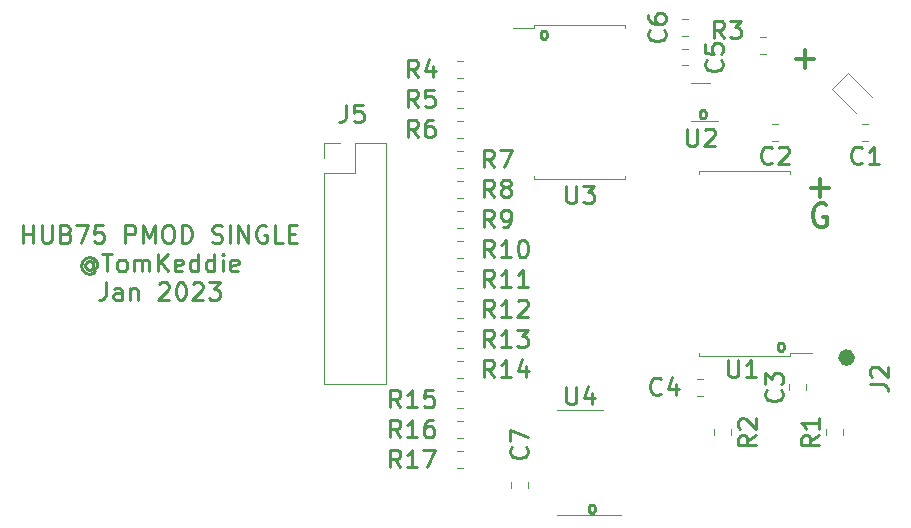
<source format=gto>
G04 #@! TF.GenerationSoftware,KiCad,Pcbnew,6.0.10-86aedd382b~118~ubuntu22.04.1*
G04 #@! TF.CreationDate,2023-01-30T15:30:24-08:00*
G04 #@! TF.ProjectId,led-panel-single,6c65642d-7061-46e6-956c-2d73696e676c,rev?*
G04 #@! TF.SameCoordinates,Original*
G04 #@! TF.FileFunction,Legend,Top*
G04 #@! TF.FilePolarity,Positive*
%FSLAX46Y46*%
G04 Gerber Fmt 4.6, Leading zero omitted, Abs format (unit mm)*
G04 Created by KiCad (PCBNEW 6.0.10-86aedd382b~118~ubuntu22.04.1) date 2023-01-30 15:30:24*
%MOMM*%
%LPD*%
G01*
G04 APERTURE LIST*
%ADD10C,0.250000*%
%ADD11C,0.300000*%
%ADD12C,0.120000*%
%ADD13C,1.000000*%
G04 APERTURE END LIST*
D10*
X122102571Y-87701380D02*
X122007333Y-87653761D01*
X121959714Y-87606142D01*
X121912095Y-87510904D01*
X121912095Y-87225190D01*
X121959714Y-87129952D01*
X122007333Y-87082333D01*
X122102571Y-87034714D01*
X122245428Y-87034714D01*
X122340666Y-87082333D01*
X122388285Y-87129952D01*
X122435904Y-87225190D01*
X122435904Y-87510904D01*
X122388285Y-87606142D01*
X122340666Y-87653761D01*
X122245428Y-87701380D01*
X122102571Y-87701380D01*
X128706571Y-107386380D02*
X128611333Y-107338761D01*
X128563714Y-107291142D01*
X128516095Y-107195904D01*
X128516095Y-106910190D01*
X128563714Y-106814952D01*
X128611333Y-106767333D01*
X128706571Y-106719714D01*
X128849428Y-106719714D01*
X128944666Y-106767333D01*
X128992285Y-106814952D01*
X129039904Y-106910190D01*
X129039904Y-107195904D01*
X128992285Y-107291142D01*
X128944666Y-107338761D01*
X128849428Y-107386380D01*
X128706571Y-107386380D01*
X112704571Y-121102380D02*
X112609333Y-121054761D01*
X112561714Y-121007142D01*
X112514095Y-120911904D01*
X112514095Y-120626190D01*
X112561714Y-120530952D01*
X112609333Y-120483333D01*
X112704571Y-120435714D01*
X112847428Y-120435714D01*
X112942666Y-120483333D01*
X112990285Y-120530952D01*
X113037904Y-120626190D01*
X113037904Y-120911904D01*
X112990285Y-121007142D01*
X112942666Y-121054761D01*
X112847428Y-121102380D01*
X112704571Y-121102380D01*
X108640571Y-80970380D02*
X108545333Y-80922761D01*
X108497714Y-80875142D01*
X108450095Y-80779904D01*
X108450095Y-80494190D01*
X108497714Y-80398952D01*
X108545333Y-80351333D01*
X108640571Y-80303714D01*
X108783428Y-80303714D01*
X108878666Y-80351333D01*
X108926285Y-80398952D01*
X108973904Y-80494190D01*
X108973904Y-80779904D01*
X108926285Y-80875142D01*
X108878666Y-80922761D01*
X108783428Y-80970380D01*
X108640571Y-80970380D01*
X64628571Y-98263571D02*
X64628571Y-96763571D01*
X64628571Y-97477857D02*
X65485714Y-97477857D01*
X65485714Y-98263571D02*
X65485714Y-96763571D01*
X66199999Y-96763571D02*
X66199999Y-97977857D01*
X66271428Y-98120714D01*
X66342857Y-98192142D01*
X66485714Y-98263571D01*
X66771428Y-98263571D01*
X66914285Y-98192142D01*
X66985714Y-98120714D01*
X67057142Y-97977857D01*
X67057142Y-96763571D01*
X68271428Y-97477857D02*
X68485714Y-97549285D01*
X68557142Y-97620714D01*
X68628571Y-97763571D01*
X68628571Y-97977857D01*
X68557142Y-98120714D01*
X68485714Y-98192142D01*
X68342857Y-98263571D01*
X67771428Y-98263571D01*
X67771428Y-96763571D01*
X68271428Y-96763571D01*
X68414285Y-96835000D01*
X68485714Y-96906428D01*
X68557142Y-97049285D01*
X68557142Y-97192142D01*
X68485714Y-97335000D01*
X68414285Y-97406428D01*
X68271428Y-97477857D01*
X67771428Y-97477857D01*
X69128571Y-96763571D02*
X70128571Y-96763571D01*
X69485714Y-98263571D01*
X71414285Y-96763571D02*
X70700000Y-96763571D01*
X70628571Y-97477857D01*
X70700000Y-97406428D01*
X70842857Y-97335000D01*
X71200000Y-97335000D01*
X71342857Y-97406428D01*
X71414285Y-97477857D01*
X71485714Y-97620714D01*
X71485714Y-97977857D01*
X71414285Y-98120714D01*
X71342857Y-98192142D01*
X71200000Y-98263571D01*
X70842857Y-98263571D01*
X70700000Y-98192142D01*
X70628571Y-98120714D01*
X73271428Y-98263571D02*
X73271428Y-96763571D01*
X73842857Y-96763571D01*
X73985714Y-96835000D01*
X74057142Y-96906428D01*
X74128571Y-97049285D01*
X74128571Y-97263571D01*
X74057142Y-97406428D01*
X73985714Y-97477857D01*
X73842857Y-97549285D01*
X73271428Y-97549285D01*
X74771428Y-98263571D02*
X74771428Y-96763571D01*
X75271428Y-97835000D01*
X75771428Y-96763571D01*
X75771428Y-98263571D01*
X76771428Y-96763571D02*
X77057142Y-96763571D01*
X77200000Y-96835000D01*
X77342857Y-96977857D01*
X77414285Y-97263571D01*
X77414285Y-97763571D01*
X77342857Y-98049285D01*
X77200000Y-98192142D01*
X77057142Y-98263571D01*
X76771428Y-98263571D01*
X76628571Y-98192142D01*
X76485714Y-98049285D01*
X76414285Y-97763571D01*
X76414285Y-97263571D01*
X76485714Y-96977857D01*
X76628571Y-96835000D01*
X76771428Y-96763571D01*
X78057142Y-98263571D02*
X78057142Y-96763571D01*
X78414285Y-96763571D01*
X78628571Y-96835000D01*
X78771428Y-96977857D01*
X78842857Y-97120714D01*
X78914285Y-97406428D01*
X78914285Y-97620714D01*
X78842857Y-97906428D01*
X78771428Y-98049285D01*
X78628571Y-98192142D01*
X78414285Y-98263571D01*
X78057142Y-98263571D01*
X80628571Y-98192142D02*
X80842857Y-98263571D01*
X81200000Y-98263571D01*
X81342857Y-98192142D01*
X81414285Y-98120714D01*
X81485714Y-97977857D01*
X81485714Y-97835000D01*
X81414285Y-97692142D01*
X81342857Y-97620714D01*
X81200000Y-97549285D01*
X80914285Y-97477857D01*
X80771428Y-97406428D01*
X80700000Y-97335000D01*
X80628571Y-97192142D01*
X80628571Y-97049285D01*
X80700000Y-96906428D01*
X80771428Y-96835000D01*
X80914285Y-96763571D01*
X81271428Y-96763571D01*
X81485714Y-96835000D01*
X82128571Y-98263571D02*
X82128571Y-96763571D01*
X82842857Y-98263571D02*
X82842857Y-96763571D01*
X83700000Y-98263571D01*
X83700000Y-96763571D01*
X85200000Y-96835000D02*
X85057142Y-96763571D01*
X84842857Y-96763571D01*
X84628571Y-96835000D01*
X84485714Y-96977857D01*
X84414285Y-97120714D01*
X84342857Y-97406428D01*
X84342857Y-97620714D01*
X84414285Y-97906428D01*
X84485714Y-98049285D01*
X84628571Y-98192142D01*
X84842857Y-98263571D01*
X84985714Y-98263571D01*
X85200000Y-98192142D01*
X85271428Y-98120714D01*
X85271428Y-97620714D01*
X84985714Y-97620714D01*
X86628571Y-98263571D02*
X85914285Y-98263571D01*
X85914285Y-96763571D01*
X87128571Y-97477857D02*
X87628571Y-97477857D01*
X87842857Y-98263571D02*
X87128571Y-98263571D01*
X87128571Y-96763571D01*
X87842857Y-96763571D01*
X70521428Y-99964285D02*
X70450000Y-99892857D01*
X70307142Y-99821428D01*
X70164285Y-99821428D01*
X70021428Y-99892857D01*
X69950000Y-99964285D01*
X69878571Y-100107142D01*
X69878571Y-100250000D01*
X69950000Y-100392857D01*
X70021428Y-100464285D01*
X70164285Y-100535714D01*
X70307142Y-100535714D01*
X70450000Y-100464285D01*
X70521428Y-100392857D01*
X70521428Y-99821428D02*
X70521428Y-100392857D01*
X70592857Y-100464285D01*
X70664285Y-100464285D01*
X70807142Y-100392857D01*
X70878571Y-100250000D01*
X70878571Y-99892857D01*
X70735714Y-99678571D01*
X70521428Y-99535714D01*
X70235714Y-99464285D01*
X69950000Y-99535714D01*
X69735714Y-99678571D01*
X69592857Y-99892857D01*
X69521428Y-100178571D01*
X69592857Y-100464285D01*
X69735714Y-100678571D01*
X69950000Y-100821428D01*
X70235714Y-100892857D01*
X70521428Y-100821428D01*
X70735714Y-100678571D01*
X71307142Y-99178571D02*
X72164285Y-99178571D01*
X71735714Y-100678571D02*
X71735714Y-99178571D01*
X72878571Y-100678571D02*
X72735714Y-100607142D01*
X72664285Y-100535714D01*
X72592857Y-100392857D01*
X72592857Y-99964285D01*
X72664285Y-99821428D01*
X72735714Y-99750000D01*
X72878571Y-99678571D01*
X73092857Y-99678571D01*
X73235714Y-99750000D01*
X73307142Y-99821428D01*
X73378571Y-99964285D01*
X73378571Y-100392857D01*
X73307142Y-100535714D01*
X73235714Y-100607142D01*
X73092857Y-100678571D01*
X72878571Y-100678571D01*
X74021428Y-100678571D02*
X74021428Y-99678571D01*
X74021428Y-99821428D02*
X74092857Y-99750000D01*
X74235714Y-99678571D01*
X74450000Y-99678571D01*
X74592857Y-99750000D01*
X74664285Y-99892857D01*
X74664285Y-100678571D01*
X74664285Y-99892857D02*
X74735714Y-99750000D01*
X74878571Y-99678571D01*
X75092857Y-99678571D01*
X75235714Y-99750000D01*
X75307142Y-99892857D01*
X75307142Y-100678571D01*
X76021428Y-100678571D02*
X76021428Y-99178571D01*
X76878571Y-100678571D02*
X76235714Y-99821428D01*
X76878571Y-99178571D02*
X76021428Y-100035714D01*
X78092857Y-100607142D02*
X77950000Y-100678571D01*
X77664285Y-100678571D01*
X77521428Y-100607142D01*
X77450000Y-100464285D01*
X77450000Y-99892857D01*
X77521428Y-99750000D01*
X77664285Y-99678571D01*
X77950000Y-99678571D01*
X78092857Y-99750000D01*
X78164285Y-99892857D01*
X78164285Y-100035714D01*
X77450000Y-100178571D01*
X79450000Y-100678571D02*
X79450000Y-99178571D01*
X79450000Y-100607142D02*
X79307142Y-100678571D01*
X79021428Y-100678571D01*
X78878571Y-100607142D01*
X78807142Y-100535714D01*
X78735714Y-100392857D01*
X78735714Y-99964285D01*
X78807142Y-99821428D01*
X78878571Y-99750000D01*
X79021428Y-99678571D01*
X79307142Y-99678571D01*
X79450000Y-99750000D01*
X80807142Y-100678571D02*
X80807142Y-99178571D01*
X80807142Y-100607142D02*
X80664285Y-100678571D01*
X80378571Y-100678571D01*
X80235714Y-100607142D01*
X80164285Y-100535714D01*
X80092857Y-100392857D01*
X80092857Y-99964285D01*
X80164285Y-99821428D01*
X80235714Y-99750000D01*
X80378571Y-99678571D01*
X80664285Y-99678571D01*
X80807142Y-99750000D01*
X81521428Y-100678571D02*
X81521428Y-99678571D01*
X81521428Y-99178571D02*
X81450000Y-99250000D01*
X81521428Y-99321428D01*
X81592857Y-99250000D01*
X81521428Y-99178571D01*
X81521428Y-99321428D01*
X82807142Y-100607142D02*
X82664285Y-100678571D01*
X82378571Y-100678571D01*
X82235714Y-100607142D01*
X82164285Y-100464285D01*
X82164285Y-99892857D01*
X82235714Y-99750000D01*
X82378571Y-99678571D01*
X82664285Y-99678571D01*
X82807142Y-99750000D01*
X82878571Y-99892857D01*
X82878571Y-100035714D01*
X82164285Y-100178571D01*
X71628571Y-101593571D02*
X71628571Y-102665000D01*
X71557142Y-102879285D01*
X71414285Y-103022142D01*
X71200000Y-103093571D01*
X71057142Y-103093571D01*
X72985714Y-103093571D02*
X72985714Y-102307857D01*
X72914285Y-102165000D01*
X72771428Y-102093571D01*
X72485714Y-102093571D01*
X72342857Y-102165000D01*
X72985714Y-103022142D02*
X72842857Y-103093571D01*
X72485714Y-103093571D01*
X72342857Y-103022142D01*
X72271428Y-102879285D01*
X72271428Y-102736428D01*
X72342857Y-102593571D01*
X72485714Y-102522142D01*
X72842857Y-102522142D01*
X72985714Y-102450714D01*
X73700000Y-102093571D02*
X73700000Y-103093571D01*
X73700000Y-102236428D02*
X73771428Y-102165000D01*
X73914285Y-102093571D01*
X74128571Y-102093571D01*
X74271428Y-102165000D01*
X74342857Y-102307857D01*
X74342857Y-103093571D01*
X76128571Y-101736428D02*
X76200000Y-101665000D01*
X76342857Y-101593571D01*
X76700000Y-101593571D01*
X76842857Y-101665000D01*
X76914285Y-101736428D01*
X76985714Y-101879285D01*
X76985714Y-102022142D01*
X76914285Y-102236428D01*
X76057142Y-103093571D01*
X76985714Y-103093571D01*
X77914285Y-101593571D02*
X78057142Y-101593571D01*
X78200000Y-101665000D01*
X78271428Y-101736428D01*
X78342857Y-101879285D01*
X78414285Y-102165000D01*
X78414285Y-102522142D01*
X78342857Y-102807857D01*
X78271428Y-102950714D01*
X78200000Y-103022142D01*
X78057142Y-103093571D01*
X77914285Y-103093571D01*
X77771428Y-103022142D01*
X77700000Y-102950714D01*
X77628571Y-102807857D01*
X77557142Y-102522142D01*
X77557142Y-102165000D01*
X77628571Y-101879285D01*
X77700000Y-101736428D01*
X77771428Y-101665000D01*
X77914285Y-101593571D01*
X78985714Y-101736428D02*
X79057142Y-101665000D01*
X79200000Y-101593571D01*
X79557142Y-101593571D01*
X79700000Y-101665000D01*
X79771428Y-101736428D01*
X79842857Y-101879285D01*
X79842857Y-102022142D01*
X79771428Y-102236428D01*
X78914285Y-103093571D01*
X79842857Y-103093571D01*
X80342857Y-101593571D02*
X81271428Y-101593571D01*
X80771428Y-102165000D01*
X80985714Y-102165000D01*
X81128571Y-102236428D01*
X81200000Y-102307857D01*
X81271428Y-102450714D01*
X81271428Y-102807857D01*
X81200000Y-102950714D01*
X81128571Y-103022142D01*
X80985714Y-103093571D01*
X80557142Y-103093571D01*
X80414285Y-103022142D01*
X80342857Y-102950714D01*
D11*
X132603809Y-95012000D02*
X132413333Y-94916761D01*
X132127619Y-94916761D01*
X131841904Y-95012000D01*
X131651428Y-95202476D01*
X131556190Y-95392952D01*
X131460952Y-95773904D01*
X131460952Y-96059619D01*
X131556190Y-96440571D01*
X131651428Y-96631047D01*
X131841904Y-96821523D01*
X132127619Y-96916761D01*
X132318095Y-96916761D01*
X132603809Y-96821523D01*
X132699047Y-96726285D01*
X132699047Y-96059619D01*
X132318095Y-96059619D01*
X131318095Y-93614857D02*
X132841904Y-93614857D01*
X132080000Y-94376761D02*
X132080000Y-92852952D01*
X130048095Y-82692857D02*
X131571904Y-82692857D01*
X130810000Y-83454761D02*
X130810000Y-81930952D01*
D10*
G04 #@! TO.C,R3*
X123956000Y-80942571D02*
X123456000Y-80228285D01*
X123098857Y-80942571D02*
X123098857Y-79442571D01*
X123670285Y-79442571D01*
X123813142Y-79514000D01*
X123884571Y-79585428D01*
X123956000Y-79728285D01*
X123956000Y-79942571D01*
X123884571Y-80085428D01*
X123813142Y-80156857D01*
X123670285Y-80228285D01*
X123098857Y-80228285D01*
X124456000Y-79442571D02*
X125384571Y-79442571D01*
X124884571Y-80014000D01*
X125098857Y-80014000D01*
X125241714Y-80085428D01*
X125313142Y-80156857D01*
X125384571Y-80299714D01*
X125384571Y-80656857D01*
X125313142Y-80799714D01*
X125241714Y-80871142D01*
X125098857Y-80942571D01*
X124670285Y-80942571D01*
X124527428Y-80871142D01*
X124456000Y-80799714D01*
G04 #@! TO.C,R5*
X98048000Y-86784571D02*
X97548000Y-86070285D01*
X97190857Y-86784571D02*
X97190857Y-85284571D01*
X97762285Y-85284571D01*
X97905142Y-85356000D01*
X97976571Y-85427428D01*
X98048000Y-85570285D01*
X98048000Y-85784571D01*
X97976571Y-85927428D01*
X97905142Y-85998857D01*
X97762285Y-86070285D01*
X97190857Y-86070285D01*
X99405142Y-85284571D02*
X98690857Y-85284571D01*
X98619428Y-85998857D01*
X98690857Y-85927428D01*
X98833714Y-85856000D01*
X99190857Y-85856000D01*
X99333714Y-85927428D01*
X99405142Y-85998857D01*
X99476571Y-86141714D01*
X99476571Y-86498857D01*
X99405142Y-86641714D01*
X99333714Y-86713142D01*
X99190857Y-86784571D01*
X98833714Y-86784571D01*
X98690857Y-86713142D01*
X98619428Y-86641714D01*
G04 #@! TO.C,R7*
X104500785Y-91868571D02*
X104000785Y-91154285D01*
X103643642Y-91868571D02*
X103643642Y-90368571D01*
X104215071Y-90368571D01*
X104357928Y-90440000D01*
X104429357Y-90511428D01*
X104500785Y-90654285D01*
X104500785Y-90868571D01*
X104429357Y-91011428D01*
X104357928Y-91082857D01*
X104215071Y-91154285D01*
X103643642Y-91154285D01*
X105000785Y-90368571D02*
X106000785Y-90368571D01*
X105357928Y-91868571D01*
G04 #@! TO.C,J5*
X91956000Y-86554571D02*
X91956000Y-87626000D01*
X91884571Y-87840285D01*
X91741714Y-87983142D01*
X91527428Y-88054571D01*
X91384571Y-88054571D01*
X93384571Y-86554571D02*
X92670285Y-86554571D01*
X92598857Y-87268857D01*
X92670285Y-87197428D01*
X92813142Y-87126000D01*
X93170285Y-87126000D01*
X93313142Y-87197428D01*
X93384571Y-87268857D01*
X93456000Y-87411714D01*
X93456000Y-87768857D01*
X93384571Y-87911714D01*
X93313142Y-87983142D01*
X93170285Y-88054571D01*
X92813142Y-88054571D01*
X92670285Y-87983142D01*
X92598857Y-87911714D01*
G04 #@! TO.C,U4*
X110617142Y-110430571D02*
X110617142Y-111644857D01*
X110688571Y-111787714D01*
X110760000Y-111859142D01*
X110902857Y-111930571D01*
X111188571Y-111930571D01*
X111331428Y-111859142D01*
X111402857Y-111787714D01*
X111474285Y-111644857D01*
X111474285Y-110430571D01*
X112831428Y-110930571D02*
X112831428Y-111930571D01*
X112474285Y-110359142D02*
X112117142Y-111430571D01*
X113045714Y-111430571D01*
G04 #@! TO.C,R10*
X104500785Y-99488571D02*
X104000785Y-98774285D01*
X103643642Y-99488571D02*
X103643642Y-97988571D01*
X104215071Y-97988571D01*
X104357928Y-98060000D01*
X104429357Y-98131428D01*
X104500785Y-98274285D01*
X104500785Y-98488571D01*
X104429357Y-98631428D01*
X104357928Y-98702857D01*
X104215071Y-98774285D01*
X103643642Y-98774285D01*
X105929357Y-99488571D02*
X105072214Y-99488571D01*
X105500785Y-99488571D02*
X105500785Y-97988571D01*
X105357928Y-98202857D01*
X105215071Y-98345714D01*
X105072214Y-98417142D01*
X106857928Y-97988571D02*
X107000785Y-97988571D01*
X107143642Y-98060000D01*
X107215071Y-98131428D01*
X107286500Y-98274285D01*
X107357928Y-98560000D01*
X107357928Y-98917142D01*
X107286500Y-99202857D01*
X107215071Y-99345714D01*
X107143642Y-99417142D01*
X107000785Y-99488571D01*
X106857928Y-99488571D01*
X106715071Y-99417142D01*
X106643642Y-99345714D01*
X106572214Y-99202857D01*
X106500785Y-98917142D01*
X106500785Y-98560000D01*
X106572214Y-98274285D01*
X106643642Y-98131428D01*
X106715071Y-98060000D01*
X106857928Y-97988571D01*
G04 #@! TO.C,R17*
X96571714Y-117268571D02*
X96071714Y-116554285D01*
X95714571Y-117268571D02*
X95714571Y-115768571D01*
X96286000Y-115768571D01*
X96428857Y-115840000D01*
X96500285Y-115911428D01*
X96571714Y-116054285D01*
X96571714Y-116268571D01*
X96500285Y-116411428D01*
X96428857Y-116482857D01*
X96286000Y-116554285D01*
X95714571Y-116554285D01*
X98000285Y-117268571D02*
X97143142Y-117268571D01*
X97571714Y-117268571D02*
X97571714Y-115768571D01*
X97428857Y-115982857D01*
X97286000Y-116125714D01*
X97143142Y-116197142D01*
X98500285Y-115768571D02*
X99500285Y-115768571D01*
X98857428Y-117268571D01*
G04 #@! TO.C,C5*
X123725714Y-82800000D02*
X123797142Y-82871428D01*
X123868571Y-83085714D01*
X123868571Y-83228571D01*
X123797142Y-83442857D01*
X123654285Y-83585714D01*
X123511428Y-83657142D01*
X123225714Y-83728571D01*
X123011428Y-83728571D01*
X122725714Y-83657142D01*
X122582857Y-83585714D01*
X122440000Y-83442857D01*
X122368571Y-83228571D01*
X122368571Y-83085714D01*
X122440000Y-82871428D01*
X122511428Y-82800000D01*
X122368571Y-81442857D02*
X122368571Y-82157142D01*
X123082857Y-82228571D01*
X123011428Y-82157142D01*
X122940000Y-82014285D01*
X122940000Y-81657142D01*
X123011428Y-81514285D01*
X123082857Y-81442857D01*
X123225714Y-81371428D01*
X123582857Y-81371428D01*
X123725714Y-81442857D01*
X123797142Y-81514285D01*
X123868571Y-81657142D01*
X123868571Y-82014285D01*
X123797142Y-82157142D01*
X123725714Y-82228571D01*
G04 #@! TO.C,R11*
X104500785Y-102024571D02*
X104000785Y-101310285D01*
X103643642Y-102024571D02*
X103643642Y-100524571D01*
X104215071Y-100524571D01*
X104357928Y-100596000D01*
X104429357Y-100667428D01*
X104500785Y-100810285D01*
X104500785Y-101024571D01*
X104429357Y-101167428D01*
X104357928Y-101238857D01*
X104215071Y-101310285D01*
X103643642Y-101310285D01*
X105929357Y-102024571D02*
X105072214Y-102024571D01*
X105500785Y-102024571D02*
X105500785Y-100524571D01*
X105357928Y-100738857D01*
X105215071Y-100881714D01*
X105072214Y-100953142D01*
X107357928Y-102024571D02*
X106500785Y-102024571D01*
X106929357Y-102024571D02*
X106929357Y-100524571D01*
X106786500Y-100738857D01*
X106643642Y-100881714D01*
X106500785Y-100953142D01*
G04 #@! TO.C,C7*
X107215714Y-115566000D02*
X107287142Y-115637428D01*
X107358571Y-115851714D01*
X107358571Y-115994571D01*
X107287142Y-116208857D01*
X107144285Y-116351714D01*
X107001428Y-116423142D01*
X106715714Y-116494571D01*
X106501428Y-116494571D01*
X106215714Y-116423142D01*
X106072857Y-116351714D01*
X105930000Y-116208857D01*
X105858571Y-115994571D01*
X105858571Y-115851714D01*
X105930000Y-115637428D01*
X106001428Y-115566000D01*
X105858571Y-115066000D02*
X105858571Y-114066000D01*
X107358571Y-114708857D01*
G04 #@! TO.C,U1*
X124333142Y-108144571D02*
X124333142Y-109358857D01*
X124404571Y-109501714D01*
X124476000Y-109573142D01*
X124618857Y-109644571D01*
X124904571Y-109644571D01*
X125047428Y-109573142D01*
X125118857Y-109501714D01*
X125190285Y-109358857D01*
X125190285Y-108144571D01*
X126690285Y-109644571D02*
X125833142Y-109644571D01*
X126261714Y-109644571D02*
X126261714Y-108144571D01*
X126118857Y-108358857D01*
X125976000Y-108501714D01*
X125833142Y-108573142D01*
G04 #@! TO.C,R16*
X96571714Y-114728571D02*
X96071714Y-114014285D01*
X95714571Y-114728571D02*
X95714571Y-113228571D01*
X96286000Y-113228571D01*
X96428857Y-113300000D01*
X96500285Y-113371428D01*
X96571714Y-113514285D01*
X96571714Y-113728571D01*
X96500285Y-113871428D01*
X96428857Y-113942857D01*
X96286000Y-114014285D01*
X95714571Y-114014285D01*
X98000285Y-114728571D02*
X97143142Y-114728571D01*
X97571714Y-114728571D02*
X97571714Y-113228571D01*
X97428857Y-113442857D01*
X97286000Y-113585714D01*
X97143142Y-113657142D01*
X99286000Y-113228571D02*
X99000285Y-113228571D01*
X98857428Y-113300000D01*
X98786000Y-113371428D01*
X98643142Y-113585714D01*
X98571714Y-113871428D01*
X98571714Y-114442857D01*
X98643142Y-114585714D01*
X98714571Y-114657142D01*
X98857428Y-114728571D01*
X99143142Y-114728571D01*
X99286000Y-114657142D01*
X99357428Y-114585714D01*
X99428857Y-114442857D01*
X99428857Y-114085714D01*
X99357428Y-113942857D01*
X99286000Y-113871428D01*
X99143142Y-113800000D01*
X98857428Y-113800000D01*
X98714571Y-113871428D01*
X98643142Y-113942857D01*
X98571714Y-114085714D01*
G04 #@! TO.C,R1*
X131996571Y-114550000D02*
X131282285Y-115050000D01*
X131996571Y-115407142D02*
X130496571Y-115407142D01*
X130496571Y-114835714D01*
X130568000Y-114692857D01*
X130639428Y-114621428D01*
X130782285Y-114550000D01*
X130996571Y-114550000D01*
X131139428Y-114621428D01*
X131210857Y-114692857D01*
X131282285Y-114835714D01*
X131282285Y-115407142D01*
X131996571Y-113121428D02*
X131996571Y-113978571D01*
X131996571Y-113550000D02*
X130496571Y-113550000D01*
X130710857Y-113692857D01*
X130853714Y-113835714D01*
X130925142Y-113978571D01*
G04 #@! TO.C,R9*
X104500785Y-96948571D02*
X104000785Y-96234285D01*
X103643642Y-96948571D02*
X103643642Y-95448571D01*
X104215071Y-95448571D01*
X104357928Y-95520000D01*
X104429357Y-95591428D01*
X104500785Y-95734285D01*
X104500785Y-95948571D01*
X104429357Y-96091428D01*
X104357928Y-96162857D01*
X104215071Y-96234285D01*
X103643642Y-96234285D01*
X105215071Y-96948571D02*
X105500785Y-96948571D01*
X105643642Y-96877142D01*
X105715071Y-96805714D01*
X105857928Y-96591428D01*
X105929357Y-96305714D01*
X105929357Y-95734285D01*
X105857928Y-95591428D01*
X105786500Y-95520000D01*
X105643642Y-95448571D01*
X105357928Y-95448571D01*
X105215071Y-95520000D01*
X105143642Y-95591428D01*
X105072214Y-95734285D01*
X105072214Y-96091428D01*
X105143642Y-96234285D01*
X105215071Y-96305714D01*
X105357928Y-96377142D01*
X105643642Y-96377142D01*
X105786500Y-96305714D01*
X105857928Y-96234285D01*
X105929357Y-96091428D01*
G04 #@! TO.C,R6*
X98048000Y-89324571D02*
X97548000Y-88610285D01*
X97190857Y-89324571D02*
X97190857Y-87824571D01*
X97762285Y-87824571D01*
X97905142Y-87896000D01*
X97976571Y-87967428D01*
X98048000Y-88110285D01*
X98048000Y-88324571D01*
X97976571Y-88467428D01*
X97905142Y-88538857D01*
X97762285Y-88610285D01*
X97190857Y-88610285D01*
X99333714Y-87824571D02*
X99048000Y-87824571D01*
X98905142Y-87896000D01*
X98833714Y-87967428D01*
X98690857Y-88181714D01*
X98619428Y-88467428D01*
X98619428Y-89038857D01*
X98690857Y-89181714D01*
X98762285Y-89253142D01*
X98905142Y-89324571D01*
X99190857Y-89324571D01*
X99333714Y-89253142D01*
X99405142Y-89181714D01*
X99476571Y-89038857D01*
X99476571Y-88681714D01*
X99405142Y-88538857D01*
X99333714Y-88467428D01*
X99190857Y-88396000D01*
X98905142Y-88396000D01*
X98762285Y-88467428D01*
X98690857Y-88538857D01*
X98619428Y-88681714D01*
G04 #@! TO.C,U3*
X110617142Y-93412571D02*
X110617142Y-94626857D01*
X110688571Y-94769714D01*
X110760000Y-94841142D01*
X110902857Y-94912571D01*
X111188571Y-94912571D01*
X111331428Y-94841142D01*
X111402857Y-94769714D01*
X111474285Y-94626857D01*
X111474285Y-93412571D01*
X112045714Y-93412571D02*
X112974285Y-93412571D01*
X112474285Y-93984000D01*
X112688571Y-93984000D01*
X112831428Y-94055428D01*
X112902857Y-94126857D01*
X112974285Y-94269714D01*
X112974285Y-94626857D01*
X112902857Y-94769714D01*
X112831428Y-94841142D01*
X112688571Y-94912571D01*
X112260000Y-94912571D01*
X112117142Y-94841142D01*
X112045714Y-94769714D01*
G04 #@! TO.C,C6*
X118899714Y-80260000D02*
X118971142Y-80331428D01*
X119042571Y-80545714D01*
X119042571Y-80688571D01*
X118971142Y-80902857D01*
X118828285Y-81045714D01*
X118685428Y-81117142D01*
X118399714Y-81188571D01*
X118185428Y-81188571D01*
X117899714Y-81117142D01*
X117756857Y-81045714D01*
X117614000Y-80902857D01*
X117542571Y-80688571D01*
X117542571Y-80545714D01*
X117614000Y-80331428D01*
X117685428Y-80260000D01*
X117542571Y-78974285D02*
X117542571Y-79260000D01*
X117614000Y-79402857D01*
X117685428Y-79474285D01*
X117899714Y-79617142D01*
X118185428Y-79688571D01*
X118756857Y-79688571D01*
X118899714Y-79617142D01*
X118971142Y-79545714D01*
X119042571Y-79402857D01*
X119042571Y-79117142D01*
X118971142Y-78974285D01*
X118899714Y-78902857D01*
X118756857Y-78831428D01*
X118399714Y-78831428D01*
X118256857Y-78902857D01*
X118185428Y-78974285D01*
X118114000Y-79117142D01*
X118114000Y-79402857D01*
X118185428Y-79545714D01*
X118256857Y-79617142D01*
X118399714Y-79688571D01*
G04 #@! TO.C,C4*
X118622000Y-111025714D02*
X118550571Y-111097142D01*
X118336285Y-111168571D01*
X118193428Y-111168571D01*
X117979142Y-111097142D01*
X117836285Y-110954285D01*
X117764857Y-110811428D01*
X117693428Y-110525714D01*
X117693428Y-110311428D01*
X117764857Y-110025714D01*
X117836285Y-109882857D01*
X117979142Y-109740000D01*
X118193428Y-109668571D01*
X118336285Y-109668571D01*
X118550571Y-109740000D01*
X118622000Y-109811428D01*
X119907714Y-110168571D02*
X119907714Y-111168571D01*
X119550571Y-109597142D02*
X119193428Y-110668571D01*
X120122000Y-110668571D01*
G04 #@! TO.C,R4*
X98048000Y-84244571D02*
X97548000Y-83530285D01*
X97190857Y-84244571D02*
X97190857Y-82744571D01*
X97762285Y-82744571D01*
X97905142Y-82816000D01*
X97976571Y-82887428D01*
X98048000Y-83030285D01*
X98048000Y-83244571D01*
X97976571Y-83387428D01*
X97905142Y-83458857D01*
X97762285Y-83530285D01*
X97190857Y-83530285D01*
X99333714Y-83244571D02*
X99333714Y-84244571D01*
X98976571Y-82673142D02*
X98619428Y-83744571D01*
X99548000Y-83744571D01*
G04 #@! TO.C,R14*
X104500785Y-109644571D02*
X104000785Y-108930285D01*
X103643642Y-109644571D02*
X103643642Y-108144571D01*
X104215071Y-108144571D01*
X104357928Y-108216000D01*
X104429357Y-108287428D01*
X104500785Y-108430285D01*
X104500785Y-108644571D01*
X104429357Y-108787428D01*
X104357928Y-108858857D01*
X104215071Y-108930285D01*
X103643642Y-108930285D01*
X105929357Y-109644571D02*
X105072214Y-109644571D01*
X105500785Y-109644571D02*
X105500785Y-108144571D01*
X105357928Y-108358857D01*
X105215071Y-108501714D01*
X105072214Y-108573142D01*
X107215071Y-108644571D02*
X107215071Y-109644571D01*
X106857928Y-108073142D02*
X106500785Y-109144571D01*
X107429357Y-109144571D01*
G04 #@! TO.C,C1*
X135640000Y-91467714D02*
X135568571Y-91539142D01*
X135354285Y-91610571D01*
X135211428Y-91610571D01*
X134997142Y-91539142D01*
X134854285Y-91396285D01*
X134782857Y-91253428D01*
X134711428Y-90967714D01*
X134711428Y-90753428D01*
X134782857Y-90467714D01*
X134854285Y-90324857D01*
X134997142Y-90182000D01*
X135211428Y-90110571D01*
X135354285Y-90110571D01*
X135568571Y-90182000D01*
X135640000Y-90253428D01*
X137068571Y-91610571D02*
X136211428Y-91610571D01*
X136640000Y-91610571D02*
X136640000Y-90110571D01*
X136497142Y-90324857D01*
X136354285Y-90467714D01*
X136211428Y-90539142D01*
G04 #@! TO.C,C3*
X128805714Y-110740000D02*
X128877142Y-110811428D01*
X128948571Y-111025714D01*
X128948571Y-111168571D01*
X128877142Y-111382857D01*
X128734285Y-111525714D01*
X128591428Y-111597142D01*
X128305714Y-111668571D01*
X128091428Y-111668571D01*
X127805714Y-111597142D01*
X127662857Y-111525714D01*
X127520000Y-111382857D01*
X127448571Y-111168571D01*
X127448571Y-111025714D01*
X127520000Y-110811428D01*
X127591428Y-110740000D01*
X127448571Y-110240000D02*
X127448571Y-109311428D01*
X128020000Y-109811428D01*
X128020000Y-109597142D01*
X128091428Y-109454285D01*
X128162857Y-109382857D01*
X128305714Y-109311428D01*
X128662857Y-109311428D01*
X128805714Y-109382857D01*
X128877142Y-109454285D01*
X128948571Y-109597142D01*
X128948571Y-110025714D01*
X128877142Y-110168571D01*
X128805714Y-110240000D01*
G04 #@! TO.C,R15*
X96571714Y-112188571D02*
X96071714Y-111474285D01*
X95714571Y-112188571D02*
X95714571Y-110688571D01*
X96286000Y-110688571D01*
X96428857Y-110760000D01*
X96500285Y-110831428D01*
X96571714Y-110974285D01*
X96571714Y-111188571D01*
X96500285Y-111331428D01*
X96428857Y-111402857D01*
X96286000Y-111474285D01*
X95714571Y-111474285D01*
X98000285Y-112188571D02*
X97143142Y-112188571D01*
X97571714Y-112188571D02*
X97571714Y-110688571D01*
X97428857Y-110902857D01*
X97286000Y-111045714D01*
X97143142Y-111117142D01*
X99357428Y-110688571D02*
X98643142Y-110688571D01*
X98571714Y-111402857D01*
X98643142Y-111331428D01*
X98786000Y-111260000D01*
X99143142Y-111260000D01*
X99286000Y-111331428D01*
X99357428Y-111402857D01*
X99428857Y-111545714D01*
X99428857Y-111902857D01*
X99357428Y-112045714D01*
X99286000Y-112117142D01*
X99143142Y-112188571D01*
X98786000Y-112188571D01*
X98643142Y-112117142D01*
X98571714Y-112045714D01*
G04 #@! TO.C,C2*
X128020000Y-91467714D02*
X127948571Y-91539142D01*
X127734285Y-91610571D01*
X127591428Y-91610571D01*
X127377142Y-91539142D01*
X127234285Y-91396285D01*
X127162857Y-91253428D01*
X127091428Y-90967714D01*
X127091428Y-90753428D01*
X127162857Y-90467714D01*
X127234285Y-90324857D01*
X127377142Y-90182000D01*
X127591428Y-90110571D01*
X127734285Y-90110571D01*
X127948571Y-90182000D01*
X128020000Y-90253428D01*
X128591428Y-90253428D02*
X128662857Y-90182000D01*
X128805714Y-90110571D01*
X129162857Y-90110571D01*
X129305714Y-90182000D01*
X129377142Y-90253428D01*
X129448571Y-90396285D01*
X129448571Y-90539142D01*
X129377142Y-90753428D01*
X128520000Y-91610571D01*
X129448571Y-91610571D01*
G04 #@! TO.C,R12*
X104500785Y-104564571D02*
X104000785Y-103850285D01*
X103643642Y-104564571D02*
X103643642Y-103064571D01*
X104215071Y-103064571D01*
X104357928Y-103136000D01*
X104429357Y-103207428D01*
X104500785Y-103350285D01*
X104500785Y-103564571D01*
X104429357Y-103707428D01*
X104357928Y-103778857D01*
X104215071Y-103850285D01*
X103643642Y-103850285D01*
X105929357Y-104564571D02*
X105072214Y-104564571D01*
X105500785Y-104564571D02*
X105500785Y-103064571D01*
X105357928Y-103278857D01*
X105215071Y-103421714D01*
X105072214Y-103493142D01*
X106500785Y-103207428D02*
X106572214Y-103136000D01*
X106715071Y-103064571D01*
X107072214Y-103064571D01*
X107215071Y-103136000D01*
X107286500Y-103207428D01*
X107357928Y-103350285D01*
X107357928Y-103493142D01*
X107286500Y-103707428D01*
X106429357Y-104564571D01*
X107357928Y-104564571D01*
G04 #@! TO.C,J2*
X136338571Y-110228000D02*
X137410000Y-110228000D01*
X137624285Y-110299428D01*
X137767142Y-110442285D01*
X137838571Y-110656571D01*
X137838571Y-110799428D01*
X136481428Y-109585142D02*
X136410000Y-109513714D01*
X136338571Y-109370857D01*
X136338571Y-109013714D01*
X136410000Y-108870857D01*
X136481428Y-108799428D01*
X136624285Y-108728000D01*
X136767142Y-108728000D01*
X136981428Y-108799428D01*
X137838571Y-109656571D01*
X137838571Y-108728000D01*
G04 #@! TO.C,U2*
X120837142Y-88586571D02*
X120837142Y-89800857D01*
X120908571Y-89943714D01*
X120980000Y-90015142D01*
X121122857Y-90086571D01*
X121408571Y-90086571D01*
X121551428Y-90015142D01*
X121622857Y-89943714D01*
X121694285Y-89800857D01*
X121694285Y-88586571D01*
X122337142Y-88729428D02*
X122408571Y-88658000D01*
X122551428Y-88586571D01*
X122908571Y-88586571D01*
X123051428Y-88658000D01*
X123122857Y-88729428D01*
X123194285Y-88872285D01*
X123194285Y-89015142D01*
X123122857Y-89229428D01*
X122265714Y-90086571D01*
X123194285Y-90086571D01*
G04 #@! TO.C,R2*
X126662571Y-114550000D02*
X125948285Y-115050000D01*
X126662571Y-115407142D02*
X125162571Y-115407142D01*
X125162571Y-114835714D01*
X125234000Y-114692857D01*
X125305428Y-114621428D01*
X125448285Y-114550000D01*
X125662571Y-114550000D01*
X125805428Y-114621428D01*
X125876857Y-114692857D01*
X125948285Y-114835714D01*
X125948285Y-115407142D01*
X125305428Y-113978571D02*
X125234000Y-113907142D01*
X125162571Y-113764285D01*
X125162571Y-113407142D01*
X125234000Y-113264285D01*
X125305428Y-113192857D01*
X125448285Y-113121428D01*
X125591142Y-113121428D01*
X125805428Y-113192857D01*
X126662571Y-114050000D01*
X126662571Y-113121428D01*
G04 #@! TO.C,R13*
X104500785Y-107104571D02*
X104000785Y-106390285D01*
X103643642Y-107104571D02*
X103643642Y-105604571D01*
X104215071Y-105604571D01*
X104357928Y-105676000D01*
X104429357Y-105747428D01*
X104500785Y-105890285D01*
X104500785Y-106104571D01*
X104429357Y-106247428D01*
X104357928Y-106318857D01*
X104215071Y-106390285D01*
X103643642Y-106390285D01*
X105929357Y-107104571D02*
X105072214Y-107104571D01*
X105500785Y-107104571D02*
X105500785Y-105604571D01*
X105357928Y-105818857D01*
X105215071Y-105961714D01*
X105072214Y-106033142D01*
X106429357Y-105604571D02*
X107357928Y-105604571D01*
X106857928Y-106176000D01*
X107072214Y-106176000D01*
X107215071Y-106247428D01*
X107286500Y-106318857D01*
X107357928Y-106461714D01*
X107357928Y-106818857D01*
X107286500Y-106961714D01*
X107215071Y-107033142D01*
X107072214Y-107104571D01*
X106643642Y-107104571D01*
X106500785Y-107033142D01*
X106429357Y-106961714D01*
G04 #@! TO.C,R8*
X104500785Y-94404571D02*
X104000785Y-93690285D01*
X103643642Y-94404571D02*
X103643642Y-92904571D01*
X104215071Y-92904571D01*
X104357928Y-92976000D01*
X104429357Y-93047428D01*
X104500785Y-93190285D01*
X104500785Y-93404571D01*
X104429357Y-93547428D01*
X104357928Y-93618857D01*
X104215071Y-93690285D01*
X103643642Y-93690285D01*
X105357928Y-93547428D02*
X105215071Y-93476000D01*
X105143642Y-93404571D01*
X105072214Y-93261714D01*
X105072214Y-93190285D01*
X105143642Y-93047428D01*
X105215071Y-92976000D01*
X105357928Y-92904571D01*
X105643642Y-92904571D01*
X105786500Y-92976000D01*
X105857928Y-93047428D01*
X105929357Y-93190285D01*
X105929357Y-93261714D01*
X105857928Y-93404571D01*
X105786500Y-93476000D01*
X105643642Y-93547428D01*
X105357928Y-93547428D01*
X105215071Y-93618857D01*
X105143642Y-93690285D01*
X105072214Y-93833142D01*
X105072214Y-94118857D01*
X105143642Y-94261714D01*
X105215071Y-94333142D01*
X105357928Y-94404571D01*
X105643642Y-94404571D01*
X105786500Y-94333142D01*
X105857928Y-94261714D01*
X105929357Y-94118857D01*
X105929357Y-93833142D01*
X105857928Y-93690285D01*
X105786500Y-93618857D01*
X105643642Y-93547428D01*
D12*
G04 #@! TO.C,D1*
X133133959Y-85215604D02*
X135156284Y-87237929D01*
X134491604Y-83857959D02*
X133133959Y-85215604D01*
X136513929Y-85880284D02*
X134491604Y-83857959D01*
G04 #@! TO.C,R3*
X127512578Y-82244000D02*
X126995422Y-82244000D01*
X127512578Y-80824000D02*
X126995422Y-80824000D01*
G04 #@! TO.C,R5*
X101861252Y-86820000D02*
X101338748Y-86820000D01*
X101861252Y-85400000D02*
X101338748Y-85400000D01*
G04 #@! TO.C,R7*
X101861252Y-90480000D02*
X101338748Y-90480000D01*
X101861252Y-91900000D02*
X101338748Y-91900000D01*
G04 #@! TO.C,J5*
X92710000Y-92380000D02*
X92710000Y-89780000D01*
X90110000Y-92380000D02*
X90110000Y-110220000D01*
X95310000Y-89780000D02*
X95310000Y-110220000D01*
X90110000Y-92380000D02*
X92710000Y-92380000D01*
X90110000Y-110220000D02*
X95310000Y-110220000D01*
X92710000Y-89780000D02*
X95310000Y-89780000D01*
X90110000Y-91110000D02*
X90110000Y-89780000D01*
X90110000Y-89780000D02*
X91440000Y-89780000D01*
G04 #@! TO.C,U4*
X111760000Y-121275000D02*
X109810000Y-121275000D01*
X111760000Y-112405000D02*
X109810000Y-112405000D01*
X111760000Y-121275000D02*
X115210000Y-121275000D01*
X111760000Y-112405000D02*
X113710000Y-112405000D01*
G04 #@! TO.C,R10*
X101861252Y-98100000D02*
X101338748Y-98100000D01*
X101861252Y-99520000D02*
X101338748Y-99520000D01*
G04 #@! TO.C,R17*
X101861252Y-115880000D02*
X101338748Y-115880000D01*
X101861252Y-117300000D02*
X101338748Y-117300000D01*
G04 #@! TO.C,C5*
X120908578Y-83225000D02*
X120391422Y-83225000D01*
X120908578Y-81805000D02*
X120391422Y-81805000D01*
G04 #@! TO.C,R11*
X101861252Y-100640000D02*
X101338748Y-100640000D01*
X101861252Y-102060000D02*
X101338748Y-102060000D01*
G04 #@! TO.C,C7*
X107390000Y-118486422D02*
X107390000Y-119003578D01*
X105970000Y-118486422D02*
X105970000Y-119003578D01*
G04 #@! TO.C,U1*
X121870000Y-92190000D02*
X121870000Y-92455000D01*
X129590000Y-107810000D02*
X129590000Y-107545000D01*
X125730000Y-92190000D02*
X129590000Y-92190000D01*
X129590000Y-107545000D02*
X131405000Y-107545000D01*
X121870000Y-107810000D02*
X121870000Y-107545000D01*
X125730000Y-92190000D02*
X121870000Y-92190000D01*
X125730000Y-107810000D02*
X121870000Y-107810000D01*
X129590000Y-92190000D02*
X129590000Y-92455000D01*
X125730000Y-107810000D02*
X129590000Y-107810000D01*
G04 #@! TO.C,R16*
X101861252Y-113340000D02*
X101338748Y-113340000D01*
X101861252Y-114760000D02*
X101338748Y-114760000D01*
G04 #@! TO.C,R1*
X132640000Y-114558578D02*
X132640000Y-114041422D01*
X134060000Y-114558578D02*
X134060000Y-114041422D01*
G04 #@! TO.C,R9*
X101861252Y-95560000D02*
X101338748Y-95560000D01*
X101861252Y-96980000D02*
X101338748Y-96980000D01*
G04 #@! TO.C,R6*
X101861252Y-87940000D02*
X101338748Y-87940000D01*
X101861252Y-89360000D02*
X101338748Y-89360000D01*
G04 #@! TO.C,U3*
X111760000Y-79850000D02*
X107900000Y-79850000D01*
X111760000Y-92870000D02*
X107900000Y-92870000D01*
X111760000Y-92870000D02*
X115620000Y-92870000D01*
X107900000Y-92870000D02*
X107900000Y-92635000D01*
X107900000Y-80085000D02*
X106085000Y-80085000D01*
X107900000Y-79850000D02*
X107900000Y-80085000D01*
X115620000Y-92870000D02*
X115620000Y-92635000D01*
X115620000Y-79850000D02*
X115620000Y-80085000D01*
X111760000Y-79850000D02*
X115620000Y-79850000D01*
G04 #@! TO.C,C6*
X120391422Y-79300000D02*
X120908578Y-79300000D01*
X120391422Y-80720000D02*
X120908578Y-80720000D01*
G04 #@! TO.C,C4*
X121661422Y-109780000D02*
X122178578Y-109780000D01*
X121661422Y-111200000D02*
X122178578Y-111200000D01*
G04 #@! TO.C,R4*
X101858578Y-82860000D02*
X101341422Y-82860000D01*
X101858578Y-84280000D02*
X101341422Y-84280000D01*
G04 #@! TO.C,R14*
X101861252Y-108260000D02*
X101338748Y-108260000D01*
X101861252Y-109680000D02*
X101338748Y-109680000D01*
G04 #@! TO.C,C1*
X135631422Y-88190000D02*
X136148578Y-88190000D01*
X135631422Y-89610000D02*
X136148578Y-89610000D01*
G04 #@! TO.C,C3*
X129500000Y-110748578D02*
X129500000Y-110231422D01*
X130920000Y-110748578D02*
X130920000Y-110231422D01*
G04 #@! TO.C,R15*
X101861252Y-110800000D02*
X101338748Y-110800000D01*
X101861252Y-112220000D02*
X101338748Y-112220000D01*
G04 #@! TO.C,C2*
X128528578Y-89610000D02*
X128011422Y-89610000D01*
X128528578Y-88190000D02*
X128011422Y-88190000D01*
G04 #@! TO.C,R12*
X101861252Y-103180000D02*
X101338748Y-103180000D01*
X101861252Y-104600000D02*
X101338748Y-104600000D01*
D13*
G04 #@! TO.C,J2*
X134540000Y-107970000D02*
G75*
G03*
X134540000Y-107970000I-200000J0D01*
G01*
D12*
G04 #@! TO.C,U2*
X121180000Y-87960000D02*
X123480000Y-87960000D01*
X122780000Y-84760000D02*
X121180000Y-84760000D01*
G04 #@! TO.C,R2*
X124535000Y-114041422D02*
X124535000Y-114558578D01*
X123115000Y-114041422D02*
X123115000Y-114558578D01*
G04 #@! TO.C,R13*
X101861252Y-105720000D02*
X101338748Y-105720000D01*
X101861252Y-107140000D02*
X101338748Y-107140000D01*
G04 #@! TO.C,R8*
X101861252Y-93020000D02*
X101338748Y-93020000D01*
X101861252Y-94440000D02*
X101338748Y-94440000D01*
G04 #@! TD*
M02*

</source>
